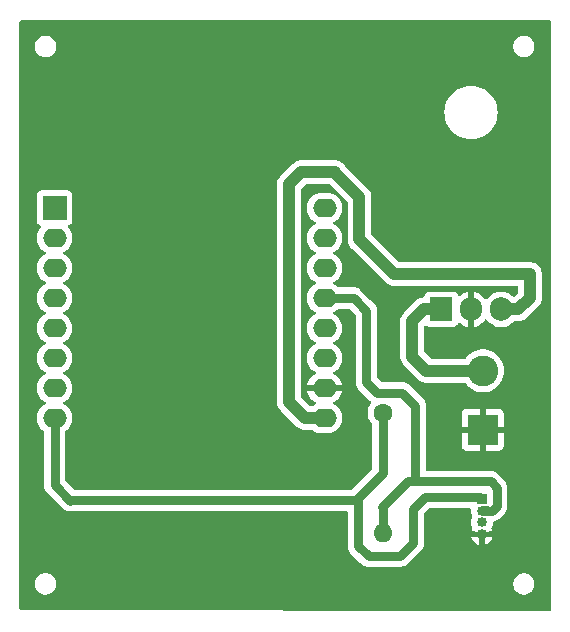
<source format=gbl>
%TF.GenerationSoftware,KiCad,Pcbnew,8.0.1*%
%TF.CreationDate,2024-04-11T07:46:25+08:00*%
%TF.ProjectId,input-nodes,696e7075-742d-46e6-9f64-65732e6b6963,rev?*%
%TF.SameCoordinates,Original*%
%TF.FileFunction,Copper,L2,Bot*%
%TF.FilePolarity,Positive*%
%FSLAX46Y46*%
G04 Gerber Fmt 4.6, Leading zero omitted, Abs format (unit mm)*
G04 Created by KiCad (PCBNEW 8.0.1) date 2024-04-11 07:46:25*
%MOMM*%
%LPD*%
G01*
G04 APERTURE LIST*
%TA.AperFunction,ComponentPad*%
%ADD10C,1.600000*%
%TD*%
%TA.AperFunction,ComponentPad*%
%ADD11O,1.600000X1.600000*%
%TD*%
%TA.AperFunction,ComponentPad*%
%ADD12R,1.905000X2.000000*%
%TD*%
%TA.AperFunction,ComponentPad*%
%ADD13O,1.905000X2.000000*%
%TD*%
%TA.AperFunction,ComponentPad*%
%ADD14R,0.850000X0.850000*%
%TD*%
%TA.AperFunction,ComponentPad*%
%ADD15O,0.850000X0.850000*%
%TD*%
%TA.AperFunction,ComponentPad*%
%ADD16R,2.600000X2.600000*%
%TD*%
%TA.AperFunction,ComponentPad*%
%ADD17C,2.600000*%
%TD*%
%TA.AperFunction,ComponentPad*%
%ADD18R,2.000000X2.000000*%
%TD*%
%TA.AperFunction,ComponentPad*%
%ADD19O,2.000000X1.600000*%
%TD*%
%TA.AperFunction,Conductor*%
%ADD20C,0.250000*%
%TD*%
%TA.AperFunction,Conductor*%
%ADD21C,1.000000*%
%TD*%
%TA.AperFunction,Conductor*%
%ADD22C,0.800000*%
%TD*%
G04 APERTURE END LIST*
D10*
X121575000Y-106000000D03*
D11*
X121575000Y-116160000D03*
D12*
X126490000Y-97250000D03*
D13*
X129030000Y-97250000D03*
X131570000Y-97250000D03*
D14*
X129950000Y-113300000D03*
D15*
X129950000Y-114300000D03*
X129950000Y-115300000D03*
X129950000Y-116300000D03*
D16*
X130030000Y-107455000D03*
D17*
X130030000Y-102455000D03*
D18*
X93765000Y-88670000D03*
D19*
X93765000Y-91210000D03*
X93765000Y-93750000D03*
X93765000Y-96290000D03*
X93765000Y-98830000D03*
X93765000Y-101370000D03*
X93765000Y-103910000D03*
X93765000Y-106450000D03*
X116625000Y-106450000D03*
X116625000Y-103910000D03*
X116625000Y-101370000D03*
X116625000Y-98830000D03*
X116625000Y-96290000D03*
X116625000Y-93750000D03*
X116625000Y-91210000D03*
X116625000Y-88670000D03*
D20*
X116860000Y-103780000D02*
X116880000Y-103760000D01*
D21*
X126490000Y-97250000D02*
X125040000Y-97250000D01*
X125225000Y-102455000D02*
X130030000Y-102455000D01*
X124030000Y-98260000D02*
X124030000Y-101260000D01*
X125040000Y-97250000D02*
X124030000Y-98260000D01*
X124030000Y-101260000D02*
X125225000Y-102455000D01*
D22*
X119500000Y-113425000D02*
X119500000Y-117300000D01*
X125175000Y-113175000D02*
X129825000Y-113175000D01*
X95100000Y-113450000D02*
X93765000Y-112115000D01*
X124150000Y-114200000D02*
X125175000Y-113175000D01*
X121575000Y-111125000D02*
X121575000Y-106000000D01*
X129825000Y-113175000D02*
X129950000Y-113300000D01*
X120350000Y-118150000D02*
X123025000Y-118150000D01*
X93765000Y-112115000D02*
X93765000Y-106450000D01*
X119500000Y-113425000D02*
X95125000Y-113425000D01*
X119500000Y-117300000D02*
X120350000Y-118150000D01*
X95125000Y-113425000D02*
X95100000Y-113450000D01*
X123025000Y-118150000D02*
X124150000Y-117025000D01*
X124150000Y-117025000D02*
X124150000Y-114200000D01*
X119500000Y-113200000D02*
X121575000Y-111125000D01*
X119500000Y-113425000D02*
X119500000Y-113200000D01*
X131200000Y-113900000D02*
X130800000Y-114300000D01*
X131200000Y-112350000D02*
X131200000Y-113900000D01*
X123200000Y-104300000D02*
X121075000Y-104300000D01*
X129990000Y-114260000D02*
X129950000Y-114300000D01*
X121075000Y-104300000D02*
X120175000Y-103400000D01*
X123720000Y-111830000D02*
X121525000Y-114025000D01*
X121575000Y-114075000D02*
X121575000Y-116160000D01*
X119090000Y-96290000D02*
X116625000Y-96290000D01*
X120175000Y-97375000D02*
X119090000Y-96290000D01*
X124325000Y-105425000D02*
X123200000Y-104300000D01*
X124325000Y-111830000D02*
X130680000Y-111830000D01*
X130680000Y-111830000D02*
X131200000Y-112350000D01*
X124325000Y-111830000D02*
X124325000Y-105425000D01*
X130800000Y-114300000D02*
X129950000Y-114300000D01*
X124325000Y-111830000D02*
X123720000Y-111830000D01*
X120175000Y-103400000D02*
X120175000Y-97375000D01*
X121525000Y-114025000D02*
X121575000Y-114075000D01*
X130380000Y-114260000D02*
X129990000Y-114260000D01*
D21*
X131570000Y-97250000D02*
X133040000Y-97250000D01*
X113600000Y-86675000D02*
X113600000Y-105075000D01*
X117500000Y-85625000D02*
X114650000Y-85625000D01*
X119575000Y-87750000D02*
X117500000Y-85675000D01*
X133040000Y-97250000D02*
X134030000Y-96260000D01*
X119575000Y-91325000D02*
X119575000Y-87750000D01*
X114650000Y-85625000D02*
X113600000Y-86675000D01*
X117500000Y-85675000D02*
X117500000Y-85625000D01*
X116625000Y-106275000D02*
X116625000Y-106450000D01*
X122510000Y-94260000D02*
X119575000Y-91325000D01*
X134030000Y-94260000D02*
X122510000Y-94260000D01*
X114975000Y-106450000D02*
X116625000Y-106450000D01*
X113600000Y-105075000D02*
X114975000Y-106450000D01*
X113600000Y-86675000D02*
X114075000Y-86200000D01*
X134030000Y-96260000D02*
X134030000Y-94260000D01*
%TA.AperFunction,Conductor*%
G36*
X135743039Y-72819685D02*
G01*
X135788794Y-72872489D01*
X135800000Y-72924000D01*
X135800000Y-122675723D01*
X135780315Y-122742762D01*
X135727511Y-122788517D01*
X135675724Y-122799723D01*
X90923724Y-122700274D01*
X90856729Y-122680440D01*
X90811091Y-122627535D01*
X90800000Y-122576274D01*
X90800000Y-120588695D01*
X92099500Y-120588695D01*
X92134103Y-120762658D01*
X92134106Y-120762667D01*
X92201983Y-120926540D01*
X92201990Y-120926553D01*
X92300535Y-121074034D01*
X92300538Y-121074038D01*
X92425961Y-121199461D01*
X92425965Y-121199464D01*
X92573446Y-121298009D01*
X92573459Y-121298016D01*
X92696363Y-121348923D01*
X92737334Y-121365894D01*
X92737336Y-121365894D01*
X92737341Y-121365896D01*
X92911304Y-121400499D01*
X92911307Y-121400500D01*
X92911309Y-121400500D01*
X93088693Y-121400500D01*
X93088694Y-121400499D01*
X93146682Y-121388964D01*
X93262658Y-121365896D01*
X93262661Y-121365894D01*
X93262666Y-121365894D01*
X93426547Y-121298013D01*
X93574035Y-121199464D01*
X93699464Y-121074035D01*
X93798013Y-120926547D01*
X93865894Y-120762666D01*
X93900499Y-120588695D01*
X132599500Y-120588695D01*
X132634103Y-120762658D01*
X132634106Y-120762667D01*
X132701983Y-120926540D01*
X132701990Y-120926553D01*
X132800535Y-121074034D01*
X132800538Y-121074038D01*
X132925961Y-121199461D01*
X132925965Y-121199464D01*
X133073446Y-121298009D01*
X133073459Y-121298016D01*
X133196363Y-121348923D01*
X133237334Y-121365894D01*
X133237336Y-121365894D01*
X133237341Y-121365896D01*
X133411304Y-121400499D01*
X133411307Y-121400500D01*
X133411309Y-121400500D01*
X133588693Y-121400500D01*
X133588694Y-121400499D01*
X133646682Y-121388964D01*
X133762658Y-121365896D01*
X133762661Y-121365894D01*
X133762666Y-121365894D01*
X133926547Y-121298013D01*
X134074035Y-121199464D01*
X134199464Y-121074035D01*
X134298013Y-120926547D01*
X134365894Y-120762666D01*
X134400500Y-120588691D01*
X134400500Y-120411309D01*
X134400500Y-120411306D01*
X134400499Y-120411304D01*
X134365896Y-120237341D01*
X134365893Y-120237332D01*
X134298016Y-120073459D01*
X134298009Y-120073446D01*
X134199464Y-119925965D01*
X134199461Y-119925961D01*
X134074038Y-119800538D01*
X134074034Y-119800535D01*
X133926553Y-119701990D01*
X133926540Y-119701983D01*
X133762667Y-119634106D01*
X133762658Y-119634103D01*
X133588694Y-119599500D01*
X133588691Y-119599500D01*
X133411309Y-119599500D01*
X133411306Y-119599500D01*
X133237341Y-119634103D01*
X133237332Y-119634106D01*
X133073459Y-119701983D01*
X133073446Y-119701990D01*
X132925965Y-119800535D01*
X132925961Y-119800538D01*
X132800538Y-119925961D01*
X132800535Y-119925965D01*
X132701990Y-120073446D01*
X132701983Y-120073459D01*
X132634106Y-120237332D01*
X132634103Y-120237341D01*
X132599500Y-120411304D01*
X132599500Y-120588695D01*
X93900499Y-120588695D01*
X93900500Y-120588691D01*
X93900500Y-120411309D01*
X93900500Y-120411306D01*
X93900499Y-120411304D01*
X93865896Y-120237341D01*
X93865893Y-120237332D01*
X93798016Y-120073459D01*
X93798009Y-120073446D01*
X93699464Y-119925965D01*
X93699461Y-119925961D01*
X93574038Y-119800538D01*
X93574034Y-119800535D01*
X93426553Y-119701990D01*
X93426540Y-119701983D01*
X93262667Y-119634106D01*
X93262658Y-119634103D01*
X93088694Y-119599500D01*
X93088691Y-119599500D01*
X92911309Y-119599500D01*
X92911306Y-119599500D01*
X92737341Y-119634103D01*
X92737332Y-119634106D01*
X92573459Y-119701983D01*
X92573446Y-119701990D01*
X92425965Y-119800535D01*
X92425961Y-119800538D01*
X92300538Y-119925961D01*
X92300535Y-119925965D01*
X92201990Y-120073446D01*
X92201983Y-120073459D01*
X92134106Y-120237332D01*
X92134103Y-120237341D01*
X92099500Y-120411304D01*
X92099500Y-120588695D01*
X90800000Y-120588695D01*
X90800000Y-106552351D01*
X92264500Y-106552351D01*
X92296522Y-106754534D01*
X92359781Y-106949223D01*
X92452715Y-107131613D01*
X92573028Y-107297213D01*
X92717781Y-107441966D01*
X92813385Y-107511426D01*
X92856051Y-107566755D01*
X92864500Y-107611744D01*
X92864500Y-112203696D01*
X92899103Y-112377658D01*
X92899105Y-112377666D01*
X92933046Y-112459606D01*
X92933046Y-112459607D01*
X92966983Y-112541540D01*
X92966987Y-112541547D01*
X93006689Y-112600965D01*
X93006689Y-112600966D01*
X93065532Y-112689031D01*
X93065538Y-112689039D01*
X94400536Y-114024036D01*
X94471685Y-114095185D01*
X94525964Y-114149464D01*
X94525965Y-114149465D01*
X94673451Y-114248011D01*
X94673452Y-114248011D01*
X94673453Y-114248012D01*
X94837334Y-114315895D01*
X95011303Y-114350499D01*
X95011307Y-114350500D01*
X95011308Y-114350500D01*
X95188693Y-114350500D01*
X95188693Y-114350499D01*
X95302398Y-114327883D01*
X95326589Y-114325500D01*
X118475500Y-114325500D01*
X118542539Y-114345185D01*
X118588294Y-114397989D01*
X118599500Y-114449500D01*
X118599500Y-117388696D01*
X118634103Y-117562658D01*
X118634105Y-117562666D01*
X118668046Y-117644606D01*
X118668046Y-117644607D01*
X118701984Y-117726542D01*
X118701985Y-117726544D01*
X118761063Y-117814960D01*
X118800537Y-117874038D01*
X118800540Y-117874041D01*
X119650536Y-118724035D01*
X119775965Y-118849464D01*
X119923453Y-118948013D01*
X119971452Y-118967895D01*
X120087334Y-119015895D01*
X120261304Y-119050499D01*
X120261308Y-119050500D01*
X120261309Y-119050500D01*
X123113693Y-119050500D01*
X123113694Y-119050499D01*
X123287666Y-119015895D01*
X123369606Y-118981953D01*
X123451547Y-118948013D01*
X123451549Y-118948011D01*
X123451552Y-118948010D01*
X123539955Y-118888939D01*
X123539955Y-118888938D01*
X123539959Y-118888936D01*
X123599036Y-118849464D01*
X124849463Y-117599036D01*
X124857226Y-117587418D01*
X124864881Y-117575963D01*
X124948009Y-117451553D01*
X124948009Y-117451552D01*
X124948013Y-117451547D01*
X125015894Y-117287666D01*
X125050500Y-117113691D01*
X125050500Y-116550000D01*
X129058628Y-116550000D01*
X129100316Y-116678306D01*
X129100317Y-116678307D01*
X129197536Y-116846694D01*
X129197535Y-116846694D01*
X129327639Y-116991190D01*
X129327642Y-116991192D01*
X129484950Y-117105484D01*
X129662587Y-117184573D01*
X129699999Y-117192524D01*
X129700000Y-117192524D01*
X129700000Y-116550000D01*
X129058628Y-116550000D01*
X125050500Y-116550000D01*
X125050500Y-114624362D01*
X125070185Y-114557323D01*
X125086819Y-114536681D01*
X125511681Y-114111819D01*
X125573004Y-114078334D01*
X125599362Y-114075500D01*
X128905282Y-114075500D01*
X128972321Y-114095185D01*
X129018076Y-114147989D01*
X129028602Y-114212460D01*
X129019402Y-114300000D01*
X129022192Y-114326547D01*
X129039738Y-114493483D01*
X129099856Y-114678510D01*
X129099857Y-114678511D01*
X129134203Y-114738000D01*
X129150676Y-114805900D01*
X129134203Y-114862000D01*
X129099857Y-114921488D01*
X129099856Y-114921489D01*
X129039738Y-115106516D01*
X129019402Y-115300000D01*
X129039738Y-115493483D01*
X129099856Y-115678510D01*
X129099857Y-115678511D01*
X129134492Y-115738500D01*
X129150965Y-115806400D01*
X129134492Y-115862500D01*
X129100317Y-115921692D01*
X129100316Y-115921693D01*
X129058628Y-116049999D01*
X129058628Y-116050000D01*
X129367441Y-116050000D01*
X129434480Y-116069685D01*
X129440327Y-116073682D01*
X129484702Y-116105923D01*
X129552926Y-116136297D01*
X129662429Y-116185051D01*
X129721788Y-116197668D01*
X129700000Y-116250272D01*
X129700000Y-116349728D01*
X129738060Y-116441614D01*
X129808386Y-116511940D01*
X129900272Y-116550000D01*
X129999728Y-116550000D01*
X130200000Y-116550000D01*
X130200000Y-117192524D01*
X130237412Y-117184573D01*
X130415049Y-117105484D01*
X130572357Y-116991192D01*
X130572360Y-116991190D01*
X130702463Y-116846694D01*
X130799682Y-116678307D01*
X130799683Y-116678306D01*
X130841372Y-116550000D01*
X130200000Y-116550000D01*
X129999728Y-116550000D01*
X130091614Y-116511940D01*
X130161940Y-116441614D01*
X130200000Y-116349728D01*
X130200000Y-116250272D01*
X130178211Y-116197668D01*
X130237571Y-116185051D01*
X130415299Y-116105922D01*
X130459673Y-116073681D01*
X130525480Y-116050202D01*
X130532559Y-116050000D01*
X130841372Y-116050000D01*
X130841371Y-116049999D01*
X130799684Y-115921697D01*
X130765507Y-115862500D01*
X130749034Y-115794600D01*
X130765506Y-115738502D01*
X130800144Y-115678508D01*
X130860262Y-115493482D01*
X130880598Y-115300000D01*
X130880597Y-115299998D01*
X130881277Y-115293537D01*
X130883562Y-115293777D01*
X130900283Y-115236835D01*
X130953087Y-115191080D01*
X130980401Y-115182258D01*
X131062666Y-115165895D01*
X131144606Y-115131953D01*
X131226547Y-115098013D01*
X131340820Y-115021658D01*
X131374036Y-114999464D01*
X131899463Y-114474036D01*
X131899464Y-114474035D01*
X131998013Y-114326547D01*
X132065894Y-114162666D01*
X132068814Y-114147989D01*
X132100499Y-113988695D01*
X132100500Y-113988693D01*
X132100500Y-112261312D01*
X132100500Y-112261309D01*
X132099553Y-112256546D01*
X132065895Y-112087334D01*
X132031953Y-112005393D01*
X131998013Y-111923453D01*
X131931870Y-111824464D01*
X131899464Y-111775964D01*
X131899462Y-111775962D01*
X131899460Y-111775959D01*
X131899459Y-111775958D01*
X131254035Y-111130535D01*
X131254030Y-111130531D01*
X131194961Y-111091064D01*
X131194960Y-111091063D01*
X131106544Y-111031985D01*
X131106542Y-111031984D01*
X131024607Y-110998046D01*
X131024606Y-110998046D01*
X130942666Y-110964105D01*
X130942658Y-110964103D01*
X130768696Y-110929500D01*
X130768692Y-110929500D01*
X130768691Y-110929500D01*
X125349500Y-110929500D01*
X125282461Y-110909815D01*
X125236706Y-110857011D01*
X125225500Y-110805500D01*
X125225500Y-108802844D01*
X128230000Y-108802844D01*
X128236401Y-108862372D01*
X128236403Y-108862379D01*
X128286645Y-108997086D01*
X128286649Y-108997093D01*
X128372809Y-109112187D01*
X128372812Y-109112190D01*
X128487906Y-109198350D01*
X128487913Y-109198354D01*
X128622620Y-109248596D01*
X128622627Y-109248598D01*
X128682155Y-109254999D01*
X128682172Y-109255000D01*
X129780000Y-109255000D01*
X129780000Y-108055001D01*
X129840402Y-108080021D01*
X129965981Y-108105000D01*
X130094019Y-108105000D01*
X130219598Y-108080021D01*
X130280000Y-108055001D01*
X130280000Y-109255000D01*
X131377828Y-109255000D01*
X131377844Y-109254999D01*
X131437372Y-109248598D01*
X131437379Y-109248596D01*
X131572086Y-109198354D01*
X131572093Y-109198350D01*
X131687187Y-109112190D01*
X131687190Y-109112187D01*
X131773350Y-108997093D01*
X131773354Y-108997086D01*
X131823596Y-108862379D01*
X131823598Y-108862372D01*
X131829999Y-108802844D01*
X131830000Y-108802827D01*
X131830000Y-107705000D01*
X130630001Y-107705000D01*
X130655021Y-107644598D01*
X130680000Y-107519019D01*
X130680000Y-107390981D01*
X130655021Y-107265402D01*
X130630001Y-107205000D01*
X131830000Y-107205000D01*
X131830000Y-106107172D01*
X131829999Y-106107155D01*
X131823598Y-106047627D01*
X131823596Y-106047620D01*
X131773354Y-105912913D01*
X131773350Y-105912906D01*
X131687190Y-105797812D01*
X131687187Y-105797809D01*
X131572093Y-105711649D01*
X131572086Y-105711645D01*
X131437379Y-105661403D01*
X131437372Y-105661401D01*
X131377844Y-105655000D01*
X130280000Y-105655000D01*
X130280000Y-106854998D01*
X130219598Y-106829979D01*
X130094019Y-106805000D01*
X129965981Y-106805000D01*
X129840402Y-106829979D01*
X129780000Y-106854998D01*
X129780000Y-105655000D01*
X128682155Y-105655000D01*
X128622627Y-105661401D01*
X128622620Y-105661403D01*
X128487913Y-105711645D01*
X128487906Y-105711649D01*
X128372812Y-105797809D01*
X128372809Y-105797812D01*
X128286649Y-105912906D01*
X128286645Y-105912913D01*
X128236403Y-106047620D01*
X128236401Y-106047627D01*
X128230000Y-106107155D01*
X128230000Y-107205000D01*
X129429999Y-107205000D01*
X129404979Y-107265402D01*
X129380000Y-107390981D01*
X129380000Y-107519019D01*
X129404979Y-107644598D01*
X129429999Y-107705000D01*
X128230000Y-107705000D01*
X128230000Y-108802844D01*
X125225500Y-108802844D01*
X125225500Y-105336309D01*
X125220853Y-105312951D01*
X125220853Y-105312947D01*
X125190896Y-105162341D01*
X125190893Y-105162332D01*
X125171379Y-105115220D01*
X125123016Y-104998459D01*
X125123009Y-104998446D01*
X125024465Y-104850966D01*
X125024464Y-104850965D01*
X124899035Y-104725536D01*
X124764848Y-104591349D01*
X123774041Y-103600540D01*
X123774040Y-103600539D01*
X123714960Y-103561064D01*
X123714958Y-103561061D01*
X123626544Y-103501985D01*
X123626542Y-103501984D01*
X123544607Y-103468046D01*
X123544606Y-103468046D01*
X123462666Y-103434105D01*
X123462658Y-103434103D01*
X123288696Y-103399500D01*
X123288692Y-103399500D01*
X123288691Y-103399500D01*
X121499362Y-103399500D01*
X121432323Y-103379815D01*
X121411681Y-103363181D01*
X121111819Y-103063319D01*
X121078334Y-103001996D01*
X121075500Y-102975638D01*
X121075500Y-97286309D01*
X121068686Y-97252050D01*
X121068686Y-97252049D01*
X121045845Y-97137219D01*
X121040895Y-97112334D01*
X120982605Y-96971610D01*
X120973013Y-96948453D01*
X120874464Y-96800965D01*
X120749035Y-96675536D01*
X120514461Y-96440962D01*
X119664041Y-95590540D01*
X119664040Y-95590539D01*
X119604960Y-95551064D01*
X119604958Y-95551061D01*
X119516544Y-95491985D01*
X119516542Y-95491984D01*
X119434607Y-95458046D01*
X119434606Y-95458046D01*
X119352666Y-95424105D01*
X119352658Y-95424103D01*
X119178696Y-95389500D01*
X119178692Y-95389500D01*
X119178691Y-95389500D01*
X117815047Y-95389500D01*
X117748008Y-95369815D01*
X117727366Y-95353181D01*
X117672213Y-95298028D01*
X117506614Y-95177715D01*
X117500006Y-95174348D01*
X117413917Y-95130483D01*
X117363123Y-95082511D01*
X117346328Y-95014690D01*
X117368865Y-94948555D01*
X117413917Y-94909516D01*
X117506610Y-94862287D01*
X117527770Y-94846913D01*
X117672213Y-94741971D01*
X117672215Y-94741968D01*
X117672219Y-94741966D01*
X117816966Y-94597219D01*
X117816968Y-94597215D01*
X117816971Y-94597213D01*
X117869732Y-94524590D01*
X117937287Y-94431610D01*
X118030220Y-94249219D01*
X118093477Y-94054534D01*
X118125500Y-93852352D01*
X118125500Y-93647648D01*
X118093477Y-93445466D01*
X118030220Y-93250781D01*
X118030218Y-93250778D01*
X118030218Y-93250776D01*
X117996503Y-93184607D01*
X117937287Y-93068390D01*
X117929556Y-93057749D01*
X117816971Y-92902786D01*
X117672213Y-92758028D01*
X117506614Y-92637715D01*
X117500006Y-92634348D01*
X117413917Y-92590483D01*
X117363123Y-92542511D01*
X117346328Y-92474690D01*
X117368865Y-92408555D01*
X117413917Y-92369516D01*
X117506610Y-92322287D01*
X117527770Y-92306913D01*
X117672213Y-92201971D01*
X117672215Y-92201968D01*
X117672219Y-92201966D01*
X117816966Y-92057219D01*
X117816968Y-92057215D01*
X117816971Y-92057213D01*
X117885578Y-91962782D01*
X117937287Y-91891610D01*
X118030220Y-91709219D01*
X118093477Y-91514534D01*
X118125500Y-91312352D01*
X118125500Y-91107648D01*
X118093477Y-90905465D01*
X118030218Y-90710776D01*
X117996503Y-90644607D01*
X117937287Y-90528390D01*
X117929556Y-90517749D01*
X117816971Y-90362786D01*
X117672213Y-90218028D01*
X117506614Y-90097715D01*
X117500006Y-90094348D01*
X117413917Y-90050483D01*
X117363123Y-90002511D01*
X117346328Y-89934690D01*
X117368865Y-89868555D01*
X117413917Y-89829516D01*
X117506610Y-89782287D01*
X117527770Y-89766913D01*
X117672213Y-89661971D01*
X117672215Y-89661968D01*
X117672219Y-89661966D01*
X117816966Y-89517219D01*
X117816968Y-89517215D01*
X117816971Y-89517213D01*
X117869732Y-89444590D01*
X117937287Y-89351610D01*
X118030220Y-89169219D01*
X118093477Y-88974534D01*
X118125500Y-88772352D01*
X118125500Y-88567648D01*
X118093477Y-88365466D01*
X118030220Y-88170781D01*
X118030218Y-88170778D01*
X118030218Y-88170776D01*
X117996503Y-88104607D01*
X117937287Y-87988390D01*
X117929556Y-87977749D01*
X117816971Y-87822786D01*
X117672213Y-87678028D01*
X117506613Y-87557715D01*
X117506612Y-87557714D01*
X117506610Y-87557713D01*
X117449653Y-87528691D01*
X117324223Y-87464781D01*
X117129534Y-87401522D01*
X116954995Y-87373878D01*
X116927352Y-87369500D01*
X116322648Y-87369500D01*
X116298329Y-87373351D01*
X116120465Y-87401522D01*
X115925776Y-87464781D01*
X115743386Y-87557715D01*
X115577786Y-87678028D01*
X115433028Y-87822786D01*
X115312715Y-87988386D01*
X115219781Y-88170776D01*
X115156522Y-88365465D01*
X115124500Y-88567648D01*
X115124500Y-88772351D01*
X115156522Y-88974534D01*
X115219781Y-89169223D01*
X115312715Y-89351613D01*
X115433028Y-89517213D01*
X115577786Y-89661971D01*
X115732749Y-89774556D01*
X115743390Y-89782287D01*
X115834840Y-89828883D01*
X115836080Y-89829515D01*
X115886876Y-89877490D01*
X115903671Y-89945311D01*
X115881134Y-90011446D01*
X115836080Y-90050485D01*
X115743386Y-90097715D01*
X115577786Y-90218028D01*
X115433028Y-90362786D01*
X115312715Y-90528386D01*
X115219781Y-90710776D01*
X115156522Y-90905465D01*
X115124500Y-91107648D01*
X115124500Y-91312351D01*
X115156522Y-91514534D01*
X115219781Y-91709223D01*
X115312715Y-91891613D01*
X115433028Y-92057213D01*
X115577786Y-92201971D01*
X115732749Y-92314556D01*
X115743390Y-92322287D01*
X115834840Y-92368883D01*
X115836080Y-92369515D01*
X115886876Y-92417490D01*
X115903671Y-92485311D01*
X115881134Y-92551446D01*
X115836080Y-92590485D01*
X115743386Y-92637715D01*
X115577786Y-92758028D01*
X115433028Y-92902786D01*
X115312715Y-93068386D01*
X115219781Y-93250776D01*
X115156522Y-93445465D01*
X115124500Y-93647648D01*
X115124500Y-93852351D01*
X115156522Y-94054534D01*
X115219781Y-94249223D01*
X115312715Y-94431613D01*
X115433028Y-94597213D01*
X115577786Y-94741971D01*
X115732749Y-94854556D01*
X115743390Y-94862287D01*
X115806916Y-94894655D01*
X115836080Y-94909515D01*
X115886876Y-94957490D01*
X115903671Y-95025311D01*
X115881134Y-95091446D01*
X115836080Y-95130485D01*
X115743386Y-95177715D01*
X115577786Y-95298028D01*
X115433028Y-95442786D01*
X115312715Y-95608386D01*
X115219781Y-95790776D01*
X115156522Y-95985465D01*
X115124500Y-96187648D01*
X115124500Y-96392351D01*
X115156522Y-96594534D01*
X115219781Y-96789223D01*
X115275095Y-96897780D01*
X115312712Y-96971609D01*
X115312715Y-96971613D01*
X115433028Y-97137213D01*
X115577786Y-97281971D01*
X115732749Y-97394556D01*
X115743390Y-97402287D01*
X115834840Y-97448883D01*
X115836080Y-97449515D01*
X115886876Y-97497490D01*
X115903671Y-97565311D01*
X115881134Y-97631446D01*
X115836080Y-97670485D01*
X115743386Y-97717715D01*
X115577786Y-97838028D01*
X115433028Y-97982786D01*
X115312715Y-98148386D01*
X115219781Y-98330776D01*
X115156522Y-98525465D01*
X115124500Y-98727648D01*
X115124500Y-98932351D01*
X115156522Y-99134534D01*
X115219781Y-99329223D01*
X115312715Y-99511613D01*
X115433028Y-99677213D01*
X115577786Y-99821971D01*
X115732749Y-99934556D01*
X115743390Y-99942287D01*
X115834840Y-99988883D01*
X115836080Y-99989515D01*
X115886876Y-100037490D01*
X115903671Y-100105311D01*
X115881134Y-100171446D01*
X115836080Y-100210485D01*
X115743386Y-100257715D01*
X115577786Y-100378028D01*
X115433028Y-100522786D01*
X115312715Y-100688386D01*
X115219781Y-100870776D01*
X115156522Y-101065465D01*
X115124500Y-101267648D01*
X115124500Y-101472351D01*
X115156522Y-101674534D01*
X115219781Y-101869223D01*
X115312715Y-102051613D01*
X115433028Y-102217213D01*
X115577786Y-102361971D01*
X115705825Y-102454995D01*
X115743390Y-102482287D01*
X115815424Y-102518990D01*
X115836629Y-102529795D01*
X115887425Y-102577770D01*
X115904220Y-102645591D01*
X115881682Y-102711726D01*
X115836629Y-102750765D01*
X115743650Y-102798140D01*
X115578105Y-102918417D01*
X115578104Y-102918417D01*
X115433417Y-103063104D01*
X115433417Y-103063105D01*
X115313140Y-103228650D01*
X115220244Y-103410970D01*
X115157009Y-103605586D01*
X115148391Y-103660000D01*
X116191988Y-103660000D01*
X116159075Y-103717007D01*
X116125000Y-103844174D01*
X116125000Y-103975826D01*
X116159075Y-104102993D01*
X116191988Y-104160000D01*
X115148391Y-104160000D01*
X115157009Y-104214413D01*
X115220244Y-104409029D01*
X115313140Y-104591349D01*
X115433417Y-104756894D01*
X115433417Y-104756895D01*
X115578104Y-104901582D01*
X115743652Y-105021861D01*
X115836628Y-105069234D01*
X115887425Y-105117208D01*
X115904220Y-105185029D01*
X115881683Y-105251164D01*
X115836630Y-105290203D01*
X115743388Y-105337713D01*
X115622123Y-105425818D01*
X115556317Y-105449298D01*
X115549238Y-105449500D01*
X115440783Y-105449500D01*
X115373744Y-105429815D01*
X115353102Y-105413181D01*
X114636819Y-104696898D01*
X114603334Y-104635575D01*
X114600500Y-104609217D01*
X114600500Y-87140782D01*
X114620185Y-87073743D01*
X114636819Y-87053101D01*
X114720185Y-86969735D01*
X114852139Y-86837782D01*
X114852140Y-86837780D01*
X114859196Y-86830724D01*
X114859201Y-86830717D01*
X115028102Y-86661817D01*
X115089425Y-86628334D01*
X115115782Y-86625500D01*
X116984218Y-86625500D01*
X117051257Y-86645185D01*
X117071899Y-86661819D01*
X118538181Y-88128101D01*
X118571666Y-88189424D01*
X118574500Y-88215782D01*
X118574500Y-91423541D01*
X118574500Y-91423543D01*
X118574499Y-91423543D01*
X118612947Y-91616829D01*
X118612950Y-91616839D01*
X118688364Y-91798907D01*
X118688371Y-91798920D01*
X118797860Y-91962781D01*
X118797863Y-91962785D01*
X118941537Y-92106459D01*
X118941559Y-92106479D01*
X121729735Y-94894655D01*
X121729764Y-94894686D01*
X121872214Y-95037136D01*
X121872218Y-95037139D01*
X122036079Y-95146628D01*
X122036092Y-95146635D01*
X122164833Y-95199961D01*
X122207744Y-95217735D01*
X122218164Y-95222051D01*
X122314812Y-95241275D01*
X122363135Y-95250887D01*
X122411458Y-95260500D01*
X122411459Y-95260500D01*
X122411460Y-95260500D01*
X122608540Y-95260500D01*
X132905500Y-95260500D01*
X132972539Y-95280185D01*
X133018294Y-95332989D01*
X133029500Y-95384500D01*
X133029500Y-95794216D01*
X133009815Y-95861255D01*
X132993181Y-95881897D01*
X132736396Y-96138682D01*
X132675073Y-96172167D01*
X132605381Y-96167183D01*
X132561034Y-96138682D01*
X132516568Y-96094216D01*
X132516566Y-96094214D01*
X132331538Y-95959783D01*
X132127755Y-95855950D01*
X131910248Y-95785278D01*
X131724812Y-95755908D01*
X131684354Y-95749500D01*
X131455646Y-95749500D01*
X131415188Y-95755908D01*
X131229753Y-95785278D01*
X131229750Y-95785278D01*
X131012244Y-95855950D01*
X130808461Y-95959783D01*
X130742550Y-96007671D01*
X130623434Y-96094214D01*
X130623432Y-96094216D01*
X130623431Y-96094216D01*
X130461716Y-96255931D01*
X130461709Y-96255940D01*
X130400007Y-96340864D01*
X130344677Y-96383530D01*
X130275063Y-96389508D01*
X130213269Y-96356901D01*
X130199372Y-96340863D01*
X130137907Y-96256263D01*
X130137902Y-96256257D01*
X129976242Y-96094597D01*
X129791276Y-95960211D01*
X129587568Y-95856417D01*
X129370124Y-95785765D01*
X129280000Y-95771490D01*
X129280000Y-96759252D01*
X129242292Y-96737482D01*
X129102409Y-96700000D01*
X128957591Y-96700000D01*
X128817708Y-96737482D01*
X128780000Y-96759252D01*
X128780000Y-95771490D01*
X128779999Y-95771490D01*
X128689875Y-95785765D01*
X128472431Y-95856417D01*
X128268719Y-95960213D01*
X128085939Y-96093010D01*
X128020132Y-96116490D01*
X127952079Y-96100664D01*
X127903384Y-96050558D01*
X127896875Y-96036033D01*
X127886296Y-96007669D01*
X127886295Y-96007667D01*
X127886293Y-96007664D01*
X127800047Y-95892455D01*
X127800044Y-95892452D01*
X127684835Y-95806206D01*
X127684828Y-95806202D01*
X127549982Y-95755908D01*
X127549983Y-95755908D01*
X127490383Y-95749501D01*
X127490381Y-95749500D01*
X127490373Y-95749500D01*
X127490364Y-95749500D01*
X125489629Y-95749500D01*
X125489623Y-95749501D01*
X125430016Y-95755908D01*
X125295171Y-95806202D01*
X125295164Y-95806206D01*
X125179955Y-95892452D01*
X125179952Y-95892455D01*
X125093706Y-96007664D01*
X125093702Y-96007671D01*
X125043408Y-96142517D01*
X125041626Y-96150062D01*
X125039849Y-96149642D01*
X125016876Y-96205089D01*
X124959480Y-96244932D01*
X124944520Y-96248891D01*
X124909387Y-96255878D01*
X124748170Y-96287946D01*
X124748164Y-96287948D01*
X124566088Y-96363366D01*
X124566079Y-96363371D01*
X124402219Y-96472859D01*
X124402215Y-96472862D01*
X123623030Y-97252049D01*
X123392220Y-97482859D01*
X123392218Y-97482861D01*
X123322538Y-97552540D01*
X123252859Y-97622219D01*
X123143371Y-97786079D01*
X123143366Y-97786089D01*
X123108892Y-97869315D01*
X123101244Y-97887782D01*
X123090038Y-97914835D01*
X123067950Y-97968159D01*
X123067949Y-97968163D01*
X123067949Y-97968164D01*
X123056218Y-98027139D01*
X123056218Y-98027140D01*
X123029500Y-98161456D01*
X123029500Y-98161459D01*
X123029500Y-101358541D01*
X123029500Y-101358543D01*
X123029499Y-101358543D01*
X123067947Y-101551829D01*
X123067950Y-101551839D01*
X123143364Y-101733907D01*
X123143371Y-101733920D01*
X123252860Y-101897781D01*
X123252863Y-101897785D01*
X123396537Y-102041459D01*
X123396559Y-102041479D01*
X124444735Y-103089655D01*
X124444764Y-103089686D01*
X124587214Y-103232136D01*
X124587218Y-103232139D01*
X124751079Y-103341628D01*
X124751092Y-103341635D01*
X124879833Y-103394961D01*
X124918483Y-103410970D01*
X124933164Y-103417051D01*
X125018900Y-103434105D01*
X125045789Y-103439453D01*
X125126456Y-103455500D01*
X125126459Y-103455500D01*
X125126460Y-103455500D01*
X125323540Y-103455500D01*
X128465230Y-103455500D01*
X128532269Y-103475185D01*
X128562177Y-103502187D01*
X128706442Y-103683089D01*
X128840686Y-103807648D01*
X128904259Y-103866635D01*
X129127226Y-104018651D01*
X129370359Y-104135738D01*
X129628228Y-104215280D01*
X129628229Y-104215280D01*
X129628232Y-104215281D01*
X129895063Y-104255499D01*
X129895068Y-104255499D01*
X129895071Y-104255500D01*
X129895072Y-104255500D01*
X130164928Y-104255500D01*
X130164929Y-104255500D01*
X130164936Y-104255499D01*
X130431767Y-104215281D01*
X130431768Y-104215280D01*
X130431772Y-104215280D01*
X130689641Y-104135738D01*
X130932775Y-104018651D01*
X131155741Y-103866635D01*
X131353561Y-103683085D01*
X131521815Y-103472102D01*
X131656743Y-103238398D01*
X131755334Y-102987195D01*
X131815383Y-102724103D01*
X131826540Y-102575220D01*
X131835549Y-102455004D01*
X131835549Y-102454995D01*
X131815383Y-102185898D01*
X131815383Y-102185897D01*
X131755334Y-101922805D01*
X131656743Y-101671602D01*
X131521815Y-101437898D01*
X131353561Y-101226915D01*
X131353560Y-101226914D01*
X131353557Y-101226910D01*
X131155741Y-101043365D01*
X130932775Y-100891349D01*
X130932769Y-100891346D01*
X130932768Y-100891345D01*
X130932767Y-100891344D01*
X130689643Y-100774263D01*
X130689645Y-100774263D01*
X130431773Y-100694720D01*
X130431767Y-100694718D01*
X130164936Y-100654500D01*
X130164929Y-100654500D01*
X129895071Y-100654500D01*
X129895063Y-100654500D01*
X129628232Y-100694718D01*
X129628226Y-100694720D01*
X129370358Y-100774262D01*
X129127230Y-100891346D01*
X128904258Y-101043365D01*
X128706442Y-101226910D01*
X128562177Y-101407813D01*
X128504988Y-101447953D01*
X128465230Y-101454500D01*
X125690782Y-101454500D01*
X125623743Y-101434815D01*
X125603101Y-101418181D01*
X125066819Y-100881899D01*
X125033334Y-100820576D01*
X125030500Y-100794218D01*
X125030500Y-98743386D01*
X125050185Y-98676347D01*
X125102989Y-98630592D01*
X125172147Y-98620648D01*
X125228808Y-98644118D01*
X125295165Y-98693793D01*
X125295168Y-98693795D01*
X125295171Y-98693797D01*
X125430017Y-98744091D01*
X125430016Y-98744091D01*
X125436944Y-98744835D01*
X125489627Y-98750500D01*
X127490372Y-98750499D01*
X127549983Y-98744091D01*
X127684831Y-98693796D01*
X127800046Y-98607546D01*
X127886296Y-98492331D01*
X127896872Y-98463974D01*
X127938740Y-98408041D01*
X128004204Y-98383622D01*
X128072477Y-98398472D01*
X128085940Y-98406988D01*
X128268723Y-98539788D01*
X128472429Y-98643582D01*
X128689871Y-98714234D01*
X128780000Y-98728509D01*
X128780000Y-97740747D01*
X128817708Y-97762518D01*
X128957591Y-97800000D01*
X129102409Y-97800000D01*
X129242292Y-97762518D01*
X129280000Y-97740747D01*
X129280000Y-98728508D01*
X129370128Y-98714234D01*
X129587570Y-98643582D01*
X129791276Y-98539788D01*
X129976242Y-98405402D01*
X130137905Y-98243739D01*
X130199371Y-98159137D01*
X130254701Y-98116470D01*
X130324314Y-98110491D01*
X130386109Y-98143096D01*
X130400007Y-98159134D01*
X130461714Y-98244066D01*
X130623434Y-98405786D01*
X130808462Y-98540217D01*
X130940599Y-98607544D01*
X131012244Y-98644049D01*
X131229751Y-98714721D01*
X131229752Y-98714721D01*
X131229755Y-98714722D01*
X131455646Y-98750500D01*
X131455647Y-98750500D01*
X131684353Y-98750500D01*
X131684354Y-98750500D01*
X131910245Y-98714722D01*
X131910248Y-98714721D01*
X131910249Y-98714721D01*
X132127755Y-98644049D01*
X132127755Y-98644048D01*
X132127758Y-98644048D01*
X132331538Y-98540217D01*
X132516566Y-98405786D01*
X132635533Y-98286819D01*
X132696856Y-98253334D01*
X132723214Y-98250500D01*
X133138542Y-98250500D01*
X133157870Y-98246655D01*
X133235188Y-98231275D01*
X133331836Y-98212051D01*
X133385165Y-98189961D01*
X133513914Y-98136632D01*
X133677782Y-98027139D01*
X133817139Y-97887782D01*
X133817139Y-97887780D01*
X133827347Y-97877573D01*
X133827348Y-97877570D01*
X134807139Y-96897782D01*
X134879678Y-96789219D01*
X134916632Y-96733914D01*
X134992051Y-96551835D01*
X135000551Y-96509106D01*
X135030500Y-96358541D01*
X135030500Y-96161460D01*
X135030500Y-94161459D01*
X135030500Y-94161456D01*
X134992052Y-93968170D01*
X134992051Y-93968169D01*
X134992051Y-93968165D01*
X134944080Y-93852351D01*
X134916635Y-93786092D01*
X134916628Y-93786079D01*
X134807139Y-93622218D01*
X134807136Y-93622214D01*
X134667785Y-93482863D01*
X134667781Y-93482860D01*
X134503920Y-93373371D01*
X134503907Y-93373364D01*
X134321839Y-93297950D01*
X134321829Y-93297947D01*
X134128543Y-93259500D01*
X134128541Y-93259500D01*
X122975782Y-93259500D01*
X122908743Y-93239815D01*
X122888101Y-93223181D01*
X120611819Y-90946899D01*
X120578334Y-90885576D01*
X120575500Y-90859218D01*
X120575500Y-87651456D01*
X120537052Y-87458170D01*
X120537051Y-87458169D01*
X120537051Y-87458165D01*
X120524417Y-87427664D01*
X120461635Y-87276092D01*
X120461628Y-87276079D01*
X120352139Y-87112218D01*
X120352136Y-87112214D01*
X120209686Y-86969764D01*
X120209655Y-86969735D01*
X118386461Y-85146541D01*
X118371040Y-85127750D01*
X118277142Y-84987222D01*
X118277136Y-84987214D01*
X118137785Y-84847863D01*
X118137781Y-84847860D01*
X117973920Y-84738371D01*
X117973907Y-84738364D01*
X117791839Y-84662950D01*
X117791829Y-84662947D01*
X117598543Y-84624500D01*
X117598541Y-84624500D01*
X114551459Y-84624500D01*
X114551455Y-84624500D01*
X114454812Y-84643724D01*
X114358170Y-84662947D01*
X114358162Y-84662949D01*
X114330277Y-84674500D01*
X114176088Y-84738366D01*
X114176079Y-84738371D01*
X114012219Y-84847859D01*
X113942540Y-84917538D01*
X113872861Y-84987218D01*
X113872858Y-84987221D01*
X113437221Y-85422858D01*
X113437218Y-85422861D01*
X112962220Y-85897859D01*
X112962218Y-85897861D01*
X112892538Y-85967540D01*
X112822859Y-86037219D01*
X112713371Y-86201079D01*
X112713364Y-86201092D01*
X112637950Y-86383160D01*
X112637947Y-86383170D01*
X112599500Y-86576456D01*
X112599500Y-86576459D01*
X112599500Y-105173541D01*
X112599500Y-105173543D01*
X112599499Y-105173543D01*
X112637947Y-105366829D01*
X112637950Y-105366839D01*
X112713364Y-105548907D01*
X112713371Y-105548920D01*
X112822859Y-105712780D01*
X112822860Y-105712781D01*
X112822861Y-105712782D01*
X112962218Y-105852139D01*
X112962219Y-105852139D01*
X112969286Y-105859206D01*
X112969285Y-105859206D01*
X112969289Y-105859209D01*
X114337215Y-107227137D01*
X114337219Y-107227140D01*
X114501079Y-107336628D01*
X114501085Y-107336631D01*
X114501086Y-107336632D01*
X114683165Y-107412052D01*
X114833556Y-107441966D01*
X114862158Y-107447655D01*
X114876458Y-107450500D01*
X114876459Y-107450500D01*
X114876460Y-107450500D01*
X115073541Y-107450500D01*
X115549238Y-107450500D01*
X115616277Y-107470185D01*
X115622119Y-107474179D01*
X115743390Y-107562287D01*
X115840455Y-107611744D01*
X115925776Y-107655218D01*
X115925778Y-107655218D01*
X115925781Y-107655220D01*
X116030137Y-107689127D01*
X116120465Y-107718477D01*
X116221557Y-107734488D01*
X116322648Y-107750500D01*
X116322649Y-107750500D01*
X116927351Y-107750500D01*
X116927352Y-107750500D01*
X117129534Y-107718477D01*
X117324219Y-107655220D01*
X117506610Y-107562287D01*
X117633379Y-107470185D01*
X117672213Y-107441971D01*
X117672220Y-107441965D01*
X117723204Y-107390981D01*
X117816966Y-107297219D01*
X117816968Y-107297215D01*
X117816971Y-107297213D01*
X117883966Y-107205000D01*
X117937287Y-107131610D01*
X118030220Y-106949219D01*
X118093477Y-106754534D01*
X118125500Y-106552352D01*
X118125500Y-106347648D01*
X118093477Y-106145466D01*
X118030220Y-105950781D01*
X118030218Y-105950778D01*
X118030218Y-105950776D01*
X117996503Y-105884607D01*
X117937287Y-105768390D01*
X117896886Y-105712782D01*
X117816971Y-105602786D01*
X117672213Y-105458028D01*
X117506611Y-105337713D01*
X117413369Y-105290203D01*
X117362574Y-105242229D01*
X117345779Y-105174407D01*
X117368317Y-105108273D01*
X117413371Y-105069234D01*
X117506347Y-105021861D01*
X117671894Y-104901582D01*
X117671895Y-104901582D01*
X117816582Y-104756895D01*
X117816582Y-104756894D01*
X117936859Y-104591349D01*
X118029755Y-104409029D01*
X118092990Y-104214413D01*
X118101609Y-104160000D01*
X117058012Y-104160000D01*
X117090925Y-104102993D01*
X117125000Y-103975826D01*
X117125000Y-103844174D01*
X117090925Y-103717007D01*
X117058012Y-103660000D01*
X118101609Y-103660000D01*
X118092990Y-103605586D01*
X118029755Y-103410970D01*
X117936859Y-103228650D01*
X117816582Y-103063105D01*
X117816582Y-103063104D01*
X117671895Y-102918417D01*
X117506349Y-102798140D01*
X117413370Y-102750765D01*
X117362574Y-102702790D01*
X117345779Y-102634969D01*
X117368316Y-102568835D01*
X117413370Y-102529795D01*
X117413920Y-102529515D01*
X117506610Y-102482287D01*
X117544175Y-102454995D01*
X117672213Y-102361971D01*
X117672215Y-102361968D01*
X117672219Y-102361966D01*
X117816966Y-102217219D01*
X117816968Y-102217215D01*
X117816971Y-102217213D01*
X117869732Y-102144590D01*
X117937287Y-102051610D01*
X118030220Y-101869219D01*
X118093477Y-101674534D01*
X118125500Y-101472352D01*
X118125500Y-101267648D01*
X118093477Y-101065466D01*
X118030220Y-100870781D01*
X118030218Y-100870778D01*
X118030218Y-100870776D01*
X117991209Y-100794218D01*
X117937287Y-100688390D01*
X117912665Y-100654500D01*
X117816971Y-100522786D01*
X117672213Y-100378028D01*
X117506614Y-100257715D01*
X117500006Y-100254348D01*
X117413917Y-100210483D01*
X117363123Y-100162511D01*
X117346328Y-100094690D01*
X117368865Y-100028555D01*
X117413917Y-99989516D01*
X117506610Y-99942287D01*
X117527770Y-99926913D01*
X117672213Y-99821971D01*
X117672215Y-99821968D01*
X117672219Y-99821966D01*
X117816966Y-99677219D01*
X117816968Y-99677215D01*
X117816971Y-99677213D01*
X117869732Y-99604590D01*
X117937287Y-99511610D01*
X118030220Y-99329219D01*
X118093477Y-99134534D01*
X118125500Y-98932352D01*
X118125500Y-98727648D01*
X118098997Y-98560319D01*
X118093477Y-98525465D01*
X118054981Y-98406988D01*
X118030220Y-98330781D01*
X118030218Y-98330778D01*
X118030218Y-98330776D01*
X117969723Y-98212050D01*
X117937287Y-98148390D01*
X117872370Y-98059038D01*
X117816971Y-97982786D01*
X117672213Y-97838028D01*
X117506614Y-97717715D01*
X117452436Y-97690110D01*
X117413917Y-97670483D01*
X117363123Y-97622511D01*
X117346328Y-97554690D01*
X117368865Y-97488555D01*
X117413917Y-97449516D01*
X117506610Y-97402287D01*
X117616554Y-97322409D01*
X117672213Y-97281971D01*
X117672215Y-97281968D01*
X117672219Y-97281966D01*
X117727366Y-97226819D01*
X117788689Y-97193334D01*
X117815047Y-97190500D01*
X118665638Y-97190500D01*
X118732677Y-97210185D01*
X118753319Y-97226819D01*
X119238181Y-97711680D01*
X119271666Y-97773003D01*
X119274500Y-97799361D01*
X119274500Y-103488696D01*
X119309103Y-103662658D01*
X119309105Y-103662666D01*
X119335325Y-103725966D01*
X119376984Y-103826542D01*
X119376985Y-103826544D01*
X119408325Y-103873448D01*
X119408326Y-103873449D01*
X119408329Y-103873453D01*
X119458621Y-103948721D01*
X119475537Y-103974038D01*
X119475538Y-103974039D01*
X120500964Y-104999464D01*
X120500966Y-104999466D01*
X120522981Y-105014175D01*
X120567788Y-105067786D01*
X120576497Y-105137111D01*
X120555668Y-105188402D01*
X120444432Y-105347265D01*
X120444431Y-105347267D01*
X120348261Y-105553502D01*
X120348258Y-105553511D01*
X120289366Y-105773302D01*
X120289364Y-105773313D01*
X120269532Y-105999998D01*
X120269532Y-106000001D01*
X120289364Y-106226686D01*
X120289366Y-106226697D01*
X120348258Y-106446488D01*
X120348261Y-106446497D01*
X120444431Y-106652732D01*
X120444432Y-106652734D01*
X120574951Y-106839137D01*
X120574952Y-106839138D01*
X120574953Y-106839139D01*
X120638182Y-106902368D01*
X120671666Y-106963689D01*
X120674500Y-106990048D01*
X120674500Y-110700638D01*
X120654815Y-110767677D01*
X120638181Y-110788319D01*
X118938319Y-112488181D01*
X118876996Y-112521666D01*
X118850638Y-112524500D01*
X95499362Y-112524500D01*
X95432323Y-112504815D01*
X95411681Y-112488181D01*
X94701819Y-111778319D01*
X94668334Y-111716996D01*
X94665500Y-111690638D01*
X94665500Y-107611744D01*
X94685185Y-107544705D01*
X94716615Y-107511426D01*
X94812219Y-107441966D01*
X94956966Y-107297219D01*
X94956968Y-107297215D01*
X94956971Y-107297213D01*
X95023966Y-107205000D01*
X95077287Y-107131610D01*
X95170220Y-106949219D01*
X95233477Y-106754534D01*
X95265500Y-106552352D01*
X95265500Y-106347648D01*
X95233477Y-106145466D01*
X95170220Y-105950781D01*
X95170218Y-105950778D01*
X95170218Y-105950776D01*
X95136503Y-105884607D01*
X95077287Y-105768390D01*
X95036886Y-105712782D01*
X94956971Y-105602786D01*
X94812213Y-105458028D01*
X94646614Y-105337715D01*
X94640006Y-105334348D01*
X94553917Y-105290483D01*
X94503123Y-105242511D01*
X94486328Y-105174690D01*
X94508865Y-105108555D01*
X94553917Y-105069516D01*
X94646610Y-105022287D01*
X94679425Y-104998446D01*
X94812213Y-104901971D01*
X94812215Y-104901968D01*
X94812219Y-104901966D01*
X94956966Y-104757219D01*
X94956968Y-104757215D01*
X94956971Y-104757213D01*
X95027178Y-104660579D01*
X95077287Y-104591610D01*
X95170220Y-104409219D01*
X95233477Y-104214534D01*
X95265500Y-104012352D01*
X95265500Y-103807648D01*
X95252563Y-103725966D01*
X95233477Y-103605465D01*
X95190144Y-103472101D01*
X95170220Y-103410781D01*
X95170218Y-103410778D01*
X95170218Y-103410776D01*
X95119536Y-103311308D01*
X95077287Y-103228390D01*
X95069556Y-103217749D01*
X94956971Y-103062786D01*
X94812213Y-102918028D01*
X94646614Y-102797715D01*
X94640006Y-102794348D01*
X94553917Y-102750483D01*
X94503123Y-102702511D01*
X94486328Y-102634690D01*
X94508865Y-102568555D01*
X94553917Y-102529516D01*
X94646610Y-102482287D01*
X94684175Y-102454995D01*
X94812213Y-102361971D01*
X94812215Y-102361968D01*
X94812219Y-102361966D01*
X94956966Y-102217219D01*
X94956968Y-102217215D01*
X94956971Y-102217213D01*
X95009732Y-102144590D01*
X95077287Y-102051610D01*
X95170220Y-101869219D01*
X95233477Y-101674534D01*
X95265500Y-101472352D01*
X95265500Y-101267648D01*
X95233477Y-101065466D01*
X95170220Y-100870781D01*
X95170218Y-100870778D01*
X95170218Y-100870776D01*
X95131209Y-100794218D01*
X95077287Y-100688390D01*
X95052665Y-100654500D01*
X94956971Y-100522786D01*
X94812213Y-100378028D01*
X94646614Y-100257715D01*
X94640006Y-100254348D01*
X94553917Y-100210483D01*
X94503123Y-100162511D01*
X94486328Y-100094690D01*
X94508865Y-100028555D01*
X94553917Y-99989516D01*
X94646610Y-99942287D01*
X94667770Y-99926913D01*
X94812213Y-99821971D01*
X94812215Y-99821968D01*
X94812219Y-99821966D01*
X94956966Y-99677219D01*
X94956968Y-99677215D01*
X94956971Y-99677213D01*
X95009732Y-99604590D01*
X95077287Y-99511610D01*
X95170220Y-99329219D01*
X95233477Y-99134534D01*
X95265500Y-98932352D01*
X95265500Y-98727648D01*
X95238997Y-98560319D01*
X95233477Y-98525465D01*
X95194981Y-98406988D01*
X95170220Y-98330781D01*
X95170218Y-98330778D01*
X95170218Y-98330776D01*
X95109723Y-98212050D01*
X95077287Y-98148390D01*
X95012370Y-98059038D01*
X94956971Y-97982786D01*
X94812213Y-97838028D01*
X94646614Y-97717715D01*
X94592436Y-97690110D01*
X94553917Y-97670483D01*
X94503123Y-97622511D01*
X94486328Y-97554690D01*
X94508865Y-97488555D01*
X94553917Y-97449516D01*
X94646610Y-97402287D01*
X94756554Y-97322409D01*
X94812213Y-97281971D01*
X94812215Y-97281968D01*
X94812219Y-97281966D01*
X94956966Y-97137219D01*
X94956968Y-97137215D01*
X94956971Y-97137213D01*
X95029264Y-97037708D01*
X95077287Y-96971610D01*
X95170220Y-96789219D01*
X95233477Y-96594534D01*
X95265500Y-96392352D01*
X95265500Y-96187648D01*
X95257744Y-96138682D01*
X95233477Y-95985465D01*
X95175231Y-95806204D01*
X95170220Y-95790781D01*
X95170218Y-95790778D01*
X95170218Y-95790776D01*
X95136503Y-95724607D01*
X95077287Y-95608390D01*
X95035637Y-95551063D01*
X94956971Y-95442786D01*
X94812213Y-95298028D01*
X94646614Y-95177715D01*
X94640006Y-95174348D01*
X94553917Y-95130483D01*
X94503123Y-95082511D01*
X94486328Y-95014690D01*
X94508865Y-94948555D01*
X94553917Y-94909516D01*
X94646610Y-94862287D01*
X94667770Y-94846913D01*
X94812213Y-94741971D01*
X94812215Y-94741968D01*
X94812219Y-94741966D01*
X94956966Y-94597219D01*
X94956968Y-94597215D01*
X94956971Y-94597213D01*
X95009732Y-94524590D01*
X95077287Y-94431610D01*
X95170220Y-94249219D01*
X95233477Y-94054534D01*
X95265500Y-93852352D01*
X95265500Y-93647648D01*
X95233477Y-93445466D01*
X95170220Y-93250781D01*
X95170218Y-93250778D01*
X95170218Y-93250776D01*
X95136503Y-93184607D01*
X95077287Y-93068390D01*
X95069556Y-93057749D01*
X94956971Y-92902786D01*
X94812213Y-92758028D01*
X94646614Y-92637715D01*
X94640006Y-92634348D01*
X94553917Y-92590483D01*
X94503123Y-92542511D01*
X94486328Y-92474690D01*
X94508865Y-92408555D01*
X94553917Y-92369516D01*
X94646610Y-92322287D01*
X94667770Y-92306913D01*
X94812213Y-92201971D01*
X94812215Y-92201968D01*
X94812219Y-92201966D01*
X94956966Y-92057219D01*
X94956968Y-92057215D01*
X94956971Y-92057213D01*
X95025578Y-91962782D01*
X95077287Y-91891610D01*
X95170220Y-91709219D01*
X95233477Y-91514534D01*
X95265500Y-91312352D01*
X95265500Y-91107648D01*
X95233477Y-90905465D01*
X95170218Y-90710776D01*
X95136503Y-90644607D01*
X95077287Y-90528390D01*
X95069556Y-90517749D01*
X94956971Y-90362786D01*
X94925736Y-90331551D01*
X94892251Y-90270228D01*
X94897235Y-90200536D01*
X94939107Y-90144603D01*
X94970080Y-90127689D01*
X95007331Y-90113796D01*
X95122546Y-90027546D01*
X95208796Y-89912331D01*
X95259091Y-89777483D01*
X95265500Y-89717873D01*
X95265499Y-87622128D01*
X95259091Y-87562517D01*
X95257299Y-87557713D01*
X95208797Y-87427671D01*
X95208793Y-87427664D01*
X95122547Y-87312455D01*
X95122544Y-87312452D01*
X95007335Y-87226206D01*
X95007328Y-87226202D01*
X94872482Y-87175908D01*
X94872483Y-87175908D01*
X94812883Y-87169501D01*
X94812881Y-87169500D01*
X94812873Y-87169500D01*
X94812864Y-87169500D01*
X92717129Y-87169500D01*
X92717123Y-87169501D01*
X92657516Y-87175908D01*
X92522671Y-87226202D01*
X92522664Y-87226206D01*
X92407455Y-87312452D01*
X92407452Y-87312455D01*
X92321206Y-87427664D01*
X92321202Y-87427671D01*
X92270908Y-87562517D01*
X92264501Y-87622116D01*
X92264501Y-87622123D01*
X92264500Y-87622135D01*
X92264500Y-89717870D01*
X92264501Y-89717876D01*
X92270908Y-89777483D01*
X92321202Y-89912328D01*
X92321206Y-89912335D01*
X92407452Y-90027544D01*
X92407455Y-90027547D01*
X92522664Y-90113793D01*
X92522673Y-90113798D01*
X92559914Y-90127688D01*
X92615848Y-90169559D01*
X92640266Y-90235023D01*
X92625415Y-90303296D01*
X92604265Y-90331550D01*
X92573027Y-90362787D01*
X92452715Y-90528386D01*
X92359781Y-90710776D01*
X92296522Y-90905465D01*
X92264500Y-91107648D01*
X92264500Y-91312351D01*
X92296522Y-91514534D01*
X92359781Y-91709223D01*
X92452715Y-91891613D01*
X92573028Y-92057213D01*
X92717786Y-92201971D01*
X92872749Y-92314556D01*
X92883390Y-92322287D01*
X92974840Y-92368883D01*
X92976080Y-92369515D01*
X93026876Y-92417490D01*
X93043671Y-92485311D01*
X93021134Y-92551446D01*
X92976080Y-92590485D01*
X92883386Y-92637715D01*
X92717786Y-92758028D01*
X92573028Y-92902786D01*
X92452715Y-93068386D01*
X92359781Y-93250776D01*
X92296522Y-93445465D01*
X92264500Y-93647648D01*
X92264500Y-93852351D01*
X92296522Y-94054534D01*
X92359781Y-94249223D01*
X92452715Y-94431613D01*
X92573028Y-94597213D01*
X92717786Y-94741971D01*
X92872749Y-94854556D01*
X92883390Y-94862287D01*
X92946916Y-94894655D01*
X92976080Y-94909515D01*
X93026876Y-94957490D01*
X93043671Y-95025311D01*
X93021134Y-95091446D01*
X92976080Y-95130485D01*
X92883386Y-95177715D01*
X92717786Y-95298028D01*
X92573028Y-95442786D01*
X92452715Y-95608386D01*
X92359781Y-95790776D01*
X92296522Y-95985465D01*
X92264500Y-96187648D01*
X92264500Y-96392351D01*
X92296522Y-96594534D01*
X92359781Y-96789223D01*
X92415095Y-96897780D01*
X92452712Y-96971609D01*
X92452715Y-96971613D01*
X92573028Y-97137213D01*
X92717786Y-97281971D01*
X92872749Y-97394556D01*
X92883390Y-97402287D01*
X92974840Y-97448883D01*
X92976080Y-97449515D01*
X93026876Y-97497490D01*
X93043671Y-97565311D01*
X93021134Y-97631446D01*
X92976080Y-97670485D01*
X92883386Y-97717715D01*
X92717786Y-97838028D01*
X92573028Y-97982786D01*
X92452715Y-98148386D01*
X92359781Y-98330776D01*
X92296522Y-98525465D01*
X92264500Y-98727648D01*
X92264500Y-98932351D01*
X92296522Y-99134534D01*
X92359781Y-99329223D01*
X92452715Y-99511613D01*
X92573028Y-99677213D01*
X92717786Y-99821971D01*
X92872749Y-99934556D01*
X92883390Y-99942287D01*
X92974840Y-99988883D01*
X92976080Y-99989515D01*
X93026876Y-100037490D01*
X93043671Y-100105311D01*
X93021134Y-100171446D01*
X92976080Y-100210485D01*
X92883386Y-100257715D01*
X92717786Y-100378028D01*
X92573028Y-100522786D01*
X92452715Y-100688386D01*
X92359781Y-100870776D01*
X92296522Y-101065465D01*
X92264500Y-101267648D01*
X92264500Y-101472351D01*
X92296522Y-101674534D01*
X92359781Y-101869223D01*
X92452715Y-102051613D01*
X92573028Y-102217213D01*
X92717786Y-102361971D01*
X92845825Y-102454995D01*
X92883390Y-102482287D01*
X92974840Y-102528883D01*
X92976080Y-102529515D01*
X93026876Y-102577490D01*
X93043671Y-102645311D01*
X93021134Y-102711446D01*
X92976080Y-102750485D01*
X92883386Y-102797715D01*
X92717786Y-102918028D01*
X92573028Y-103062786D01*
X92452715Y-103228386D01*
X92359781Y-103410776D01*
X92296522Y-103605465D01*
X92264500Y-103807648D01*
X92264500Y-104012351D01*
X92296522Y-104214534D01*
X92359781Y-104409223D01*
X92452715Y-104591613D01*
X92573028Y-104757213D01*
X92717786Y-104901971D01*
X92851979Y-104999466D01*
X92883390Y-105022287D01*
X92972687Y-105067786D01*
X92976080Y-105069515D01*
X93026876Y-105117490D01*
X93043671Y-105185311D01*
X93021134Y-105251446D01*
X92976080Y-105290485D01*
X92883386Y-105337715D01*
X92717786Y-105458028D01*
X92573028Y-105602786D01*
X92452715Y-105768386D01*
X92359781Y-105950776D01*
X92296522Y-106145465D01*
X92264500Y-106347648D01*
X92264500Y-106552351D01*
X90800000Y-106552351D01*
X90800000Y-80590007D01*
X126774671Y-80590007D01*
X126793964Y-80884363D01*
X126793965Y-80884373D01*
X126793966Y-80884380D01*
X126793968Y-80884390D01*
X126851518Y-81173716D01*
X126851521Y-81173730D01*
X126946349Y-81453080D01*
X127076825Y-81717660D01*
X127076829Y-81717667D01*
X127240725Y-81962955D01*
X127435241Y-82184758D01*
X127657043Y-82379273D01*
X127902335Y-82543172D01*
X128166923Y-82673652D01*
X128446278Y-82768481D01*
X128735620Y-82826034D01*
X128763888Y-82827886D01*
X129029993Y-82845329D01*
X129030000Y-82845329D01*
X129030007Y-82845329D01*
X129265675Y-82829881D01*
X129324380Y-82826034D01*
X129613722Y-82768481D01*
X129893077Y-82673652D01*
X130157665Y-82543172D01*
X130402957Y-82379273D01*
X130624758Y-82184758D01*
X130819273Y-81962957D01*
X130983172Y-81717665D01*
X131113652Y-81453077D01*
X131208481Y-81173722D01*
X131266034Y-80884380D01*
X131285329Y-80590000D01*
X131285329Y-80589992D01*
X131266035Y-80295636D01*
X131266034Y-80295620D01*
X131208481Y-80006278D01*
X131113652Y-79726923D01*
X130983172Y-79462336D01*
X130819273Y-79217043D01*
X130776655Y-79168447D01*
X130624758Y-78995241D01*
X130402955Y-78800725D01*
X130157667Y-78636829D01*
X130157660Y-78636825D01*
X129893080Y-78506349D01*
X129613730Y-78411521D01*
X129613724Y-78411519D01*
X129613722Y-78411519D01*
X129324380Y-78353966D01*
X129324373Y-78353965D01*
X129324363Y-78353964D01*
X129030007Y-78334671D01*
X129029993Y-78334671D01*
X128735636Y-78353964D01*
X128735624Y-78353965D01*
X128735620Y-78353966D01*
X128735612Y-78353967D01*
X128735609Y-78353968D01*
X128446283Y-78411518D01*
X128446269Y-78411521D01*
X128166919Y-78506349D01*
X127902334Y-78636828D01*
X127657041Y-78800728D01*
X127435241Y-78995241D01*
X127240728Y-79217041D01*
X127076828Y-79462334D01*
X126946349Y-79726919D01*
X126851521Y-80006269D01*
X126851518Y-80006283D01*
X126793968Y-80295609D01*
X126793964Y-80295636D01*
X126774671Y-80589992D01*
X126774671Y-80590007D01*
X90800000Y-80590007D01*
X90800000Y-75088695D01*
X92099500Y-75088695D01*
X92134103Y-75262658D01*
X92134106Y-75262667D01*
X92201983Y-75426540D01*
X92201990Y-75426553D01*
X92300535Y-75574034D01*
X92300538Y-75574038D01*
X92425961Y-75699461D01*
X92425965Y-75699464D01*
X92573446Y-75798009D01*
X92573459Y-75798016D01*
X92696363Y-75848923D01*
X92737334Y-75865894D01*
X92737336Y-75865894D01*
X92737341Y-75865896D01*
X92911304Y-75900499D01*
X92911307Y-75900500D01*
X92911309Y-75900500D01*
X93088693Y-75900500D01*
X93088694Y-75900499D01*
X93146682Y-75888964D01*
X93262658Y-75865896D01*
X93262661Y-75865894D01*
X93262666Y-75865894D01*
X93426547Y-75798013D01*
X93574035Y-75699464D01*
X93699464Y-75574035D01*
X93798013Y-75426547D01*
X93865894Y-75262666D01*
X93900499Y-75088695D01*
X132599500Y-75088695D01*
X132634103Y-75262658D01*
X132634106Y-75262667D01*
X132701983Y-75426540D01*
X132701990Y-75426553D01*
X132800535Y-75574034D01*
X132800538Y-75574038D01*
X132925961Y-75699461D01*
X132925965Y-75699464D01*
X133073446Y-75798009D01*
X133073459Y-75798016D01*
X133196363Y-75848923D01*
X133237334Y-75865894D01*
X133237336Y-75865894D01*
X133237341Y-75865896D01*
X133411304Y-75900499D01*
X133411307Y-75900500D01*
X133411309Y-75900500D01*
X133588693Y-75900500D01*
X133588694Y-75900499D01*
X133646682Y-75888964D01*
X133762658Y-75865896D01*
X133762661Y-75865894D01*
X133762666Y-75865894D01*
X133926547Y-75798013D01*
X134074035Y-75699464D01*
X134199464Y-75574035D01*
X134298013Y-75426547D01*
X134365894Y-75262666D01*
X134400500Y-75088691D01*
X134400500Y-74911309D01*
X134400500Y-74911306D01*
X134400499Y-74911304D01*
X134365896Y-74737341D01*
X134365893Y-74737332D01*
X134298016Y-74573459D01*
X134298009Y-74573446D01*
X134199464Y-74425965D01*
X134199461Y-74425961D01*
X134074038Y-74300538D01*
X134074034Y-74300535D01*
X133926553Y-74201990D01*
X133926540Y-74201983D01*
X133762667Y-74134106D01*
X133762658Y-74134103D01*
X133588694Y-74099500D01*
X133588691Y-74099500D01*
X133411309Y-74099500D01*
X133411306Y-74099500D01*
X133237341Y-74134103D01*
X133237332Y-74134106D01*
X133073459Y-74201983D01*
X133073446Y-74201990D01*
X132925965Y-74300535D01*
X132925961Y-74300538D01*
X132800538Y-74425961D01*
X132800535Y-74425965D01*
X132701990Y-74573446D01*
X132701983Y-74573459D01*
X132634106Y-74737332D01*
X132634103Y-74737341D01*
X132599500Y-74911304D01*
X132599500Y-75088695D01*
X93900499Y-75088695D01*
X93900500Y-75088691D01*
X93900500Y-74911309D01*
X93900500Y-74911306D01*
X93900499Y-74911304D01*
X93865896Y-74737341D01*
X93865893Y-74737332D01*
X93798016Y-74573459D01*
X93798009Y-74573446D01*
X93699464Y-74425965D01*
X93699461Y-74425961D01*
X93574038Y-74300538D01*
X93574034Y-74300535D01*
X93426553Y-74201990D01*
X93426540Y-74201983D01*
X93262667Y-74134106D01*
X93262658Y-74134103D01*
X93088694Y-74099500D01*
X93088691Y-74099500D01*
X92911309Y-74099500D01*
X92911306Y-74099500D01*
X92737341Y-74134103D01*
X92737332Y-74134106D01*
X92573459Y-74201983D01*
X92573446Y-74201990D01*
X92425965Y-74300535D01*
X92425961Y-74300538D01*
X92300538Y-74425961D01*
X92300535Y-74425965D01*
X92201990Y-74573446D01*
X92201983Y-74573459D01*
X92134106Y-74737332D01*
X92134103Y-74737341D01*
X92099500Y-74911304D01*
X92099500Y-75088695D01*
X90800000Y-75088695D01*
X90800000Y-72924000D01*
X90819685Y-72856961D01*
X90872489Y-72811206D01*
X90924000Y-72800000D01*
X135676000Y-72800000D01*
X135743039Y-72819685D01*
G37*
%TD.AperFunction*%
M02*

</source>
